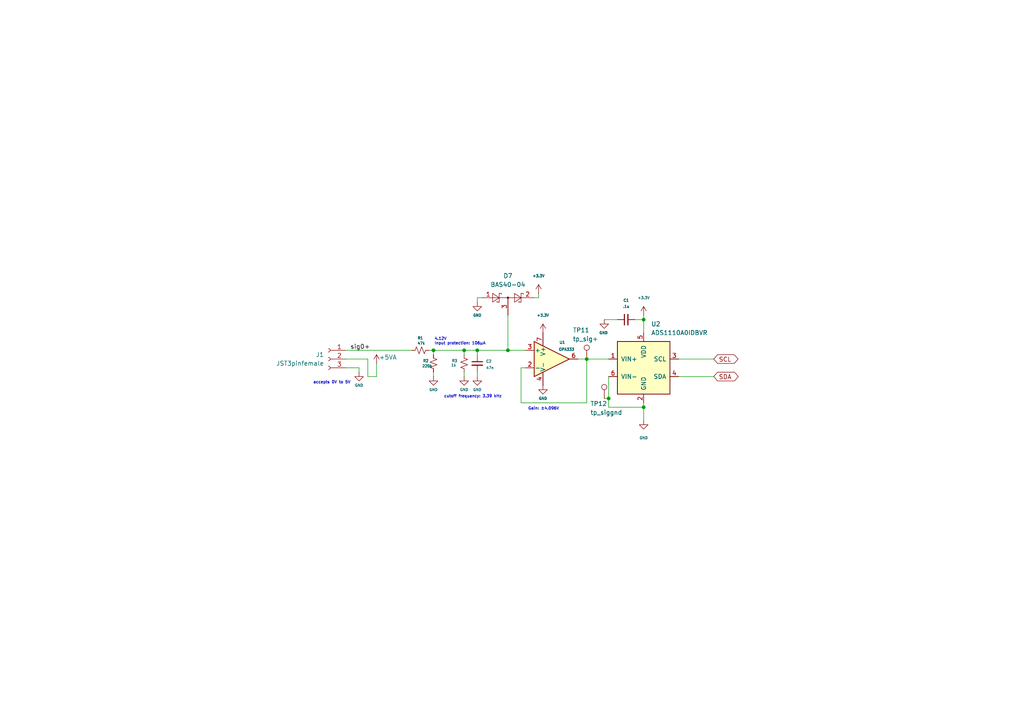
<source format=kicad_sch>
(kicad_sch (version 20250114) (generator "eeschema") (generator_version "9.0")
  (paper "A4")
  (lib_symbols
    (symbol "Amplifier_Operational:OPA333xxD" (pin_names (offset 0.127))
      (property "Reference" "U" (at 0 6.35 0))
      (property "Value" "OPA333xxD" (at 0 3.81 0))
      (symbol "OPA333xxD_0_1"
        (polyline (pts (xy -5.08 5.08) (xy 5.08 0) (xy -5.08 -5.08) (xy -5.08 5.08)) (stroke (width 0.254)) (fill (type background)))
      )
      (symbol "OPA333xxD_1_1"
        (pin input line (at -7.62 2.54 0) (length 2.54) (name "+") (number "3"))
        (pin input line (at -7.62 -2.54 0) (length 2.54) (name "-") (number "2"))
        (pin power_in line (at -2.54 7.62 270) (length 3.81) (name "V+") (number "7"))
        (pin no_connect line (at -2.54 2.54 270) (length 2.54) (hide yes) (name "NC") (number "1"))
        (pin power_in line (at -2.54 -7.62 90) (length 3.81) (name "V-") (number "4"))
        (pin no_connect line (at 0 2.54 270) (length 2.54) (hide yes) (name "NC") (number "5"))
        (pin no_connect line (at 0 -2.54 90) (length 2.54) (hide yes) (name "NC") (number "8"))
        (pin output line (at 7.62 0 180) (length 2.54) (name "~") (number "6"))
      )
    )
    (symbol "Analog_ADC:ADS1110" (pin_names (offset 1.016))
      (property "Reference" "U" (at -7.62 8.89 0))
      (property "Value" "ADS1110" (at 1.27 8.89 0))
      (symbol "ADS1110_0_1"
        (rectangle (start -7.62 7.62) (end 7.62 -7.62) (stroke (width 0.254)) (fill (type background)))
      )
      (symbol "ADS1110_1_1"
        (pin input line (at -10.16 2.54 0) (length 2.54) (name "VIN+") (number "1"))
        (pin input line (at -10.16 -2.54 0) (length 2.54) (name "VIN-") (number "6"))
        (pin power_in line (at 0 10.16 270) (length 2.54) (name "VDD") (number "5"))
        (pin power_in line (at 0 -10.16 90) (length 2.54) (name "GND") (number "2"))
        (pin input line (at 10.16 2.54 180) (length 2.54) (name "SCL") (number "3"))
        (pin bidirectional line (at 10.16 -2.54 180) (length 2.54) (name "SDA") (number "4"))
      )
    )
    (symbol "Connector:Conn_01x03_Socket" (pin_names (offset 1.016) (hide yes))
      (property "Reference" "J" (at 0 5.08 0))
      (property "Value" "Conn_01x03_Socket" (at 0 -5.08 0))
      (symbol "Conn_01x03_Socket_1_1"
        (polyline (pts (xy -1.27 2.54) (xy -0.508 2.54)) (stroke (width 0.1524)))
        (polyline (pts (xy -1.27 0) (xy -0.508 0)) (stroke (width 0.1524)))
        (polyline (pts (xy -1.27 -2.54) (xy -0.508 -2.54)) (stroke (width 0.1524)))
        (arc (start 0 2.032) (mid -0.5058 2.54) (end 0 3.048) (stroke (width 0.1524)))
        (arc (start 0 -0.508) (mid -0.5058 0) (end 0 0.508) (stroke (width 0.1524)))
        (arc (start 0 -3.048) (mid -0.5058 -2.54) (end 0 -2.032) (stroke (width 0.1524)))
        (pin passive line (at -5.08 2.54 0) (length 3.81) (name "Pin_1") (number "1"))
        (pin passive line (at -5.08 0 0) (length 3.81) (name "Pin_2") (number "2"))
        (pin passive line (at -5.08 -2.54 0) (length 3.81) (name "Pin_3") (number "3"))
      )
    )
    (symbol "Connector:TestPoint" (pin_numbers (hide yes)) (pin_names (offset 0.762) (hide yes))
      (property "Reference" "TP" (at 0 6.858 0))
      (property "Value" "TestPoint" (at 0 5.08 0))
      (symbol "TestPoint_0_1"
        (circle (center 0 3.302) (radius 0.762))
      )
      (symbol "TestPoint_1_1"
        (pin passive line (at 0 0 90) (length 2.54) (name "1") (number "1"))
      )
    )
    (symbol "Device:C_Small" (pin_numbers (hide yes)) (pin_names (offset 0.254) (hide yes))
      (property "Reference" "C" (at 0.254 1.778 0))
      (property "Value" "C_Small" (at 0.254 -2.032 0))
      (symbol "C_Small_0_1"
        (polyline (pts (xy -1.524 0.508) (xy 1.524 0.508)) (stroke (width 0.3048)))
        (polyline (pts (xy -1.524 -0.508) (xy 1.524 -0.508)) (stroke (width 0.3302)))
      )
      (symbol "C_Small_1_1"
        (pin passive line (at 0 2.54 270) (length 2.032) (name "~") (number "1"))
        (pin passive line (at 0 -2.54 90) (length 2.032) (name "~") (number "2"))
      )
    )
    (symbol "Device:R_Small_US" (pin_numbers (hide yes)) (pin_names (offset 0.254) (hide yes))
      (property "Reference" "R" (at 0.762 0.508 0))
      (property "Value" "R_Small_US" (at 0.762 -1.016 0))
      (symbol "R_Small_US_1_1"
        (polyline (pts (xy 0 1.524) (xy 1.016 1.143) (xy 0 0.762) (xy -1.016 0.381) (xy 0 0)))
        (polyline (pts (xy 0 0) (xy 1.016 -0.381) (xy 0 -0.762) (xy -1.016 -1.143) (xy 0 -1.524)))
        (pin passive line (at 0 2.54 270) (length 1.016) (name "~") (number "1"))
        (pin passive line (at 0 -2.54 90) (length 1.016) (name "~") (number "2"))
      )
    )
    (symbol "Diode:BAS40-04" (pin_names (offset 1.016))
      (property "Reference" "D" (at 0.635 -1.27 0))
      (property "Value" "BAS40-04" (at -6.35 5.715 0))
      (symbol "BAS40-04_0_1"
        (polyline (pts (xy -4.445 3.81) (xy -4.445 1.27) (xy -2.54 2.54) (xy -4.445 3.81)))
        (polyline (pts (xy -3.81 2.54) (xy -1.27 2.54)))
        (polyline (pts (xy -3.175 1.27) (xy -3.175 1.524)))
        (polyline (pts (xy -2.54 3.81) (xy -1.905 3.81)))
        (polyline (pts (xy -2.54 1.27) (xy -3.175 1.27)))
        (polyline (pts (xy -2.54 1.27) (xy -2.54 3.81)))
        (polyline (pts (xy -1.905 3.81) (xy -1.905 3.556)))
        (polyline (pts (xy -1.905 2.54) (xy 1.905 2.54)))
        (circle (center 0 2.54) (radius 0.254) (fill (type outline)))
        (polyline (pts (xy 1.27 2.54) (xy 3.81 2.54)))
        (polyline (pts (xy 1.905 3.81) (xy 1.905 1.27) (xy 3.81 2.54) (xy 1.905 3.81)))
        (polyline (pts (xy 3.175 1.27) (xy 3.175 1.524)))
        (polyline (pts (xy 3.81 3.81) (xy 4.445 3.81)))
        (polyline (pts (xy 3.81 1.27) (xy 3.175 1.27)))
        (polyline (pts (xy 3.81 1.27) (xy 3.81 3.81)))
        (polyline (pts (xy 4.445 3.81) (xy 4.445 3.556)))
      )
      (symbol "BAS40-04_1_1"
        (pin passive line (at -7.62 2.54 0) (length 3.81) (name "~") (number "1"))
        (pin passive line (at 0 -2.54 90) (length 5.08) (name "~") (number "3"))
        (pin passive line (at 7.62 2.54 180) (length 3.81) (name "~") (number "2"))
      )
    )
    (symbol "power:+3.3V" (power) (pin_numbers (hide yes)) (pin_names (offset 0) (hide yes))
      (property "Value" "+3.3V" (at 0 3.556 0))
      (symbol "+3.3V_0_1"
        (polyline (pts (xy -0.762 1.27) (xy 0 2.54)))
        (polyline (pts (xy 0 2.54) (xy 0.762 1.27)))
        (polyline (pts (xy 0 0) (xy 0 2.54)))
      )
      (symbol "+3.3V_1_1"
        (pin power_in line (at 0 0 90) (length 0) (name "~") (number "1"))
      )
    )
    (symbol "power:+5VA" (power) (pin_numbers (hide yes)) (pin_names (offset 0) (hide yes))
      (property "Value" "+5VA" (at 0 3.556 0))
      (symbol "+5VA_0_1"
        (polyline (pts (xy -0.762 1.27) (xy 0 2.54)))
        (polyline (pts (xy 0 2.54) (xy 0.762 1.27)))
        (polyline (pts (xy 0 0) (xy 0 2.54)))
      )
      (symbol "+5VA_1_1"
        (pin power_in line (at 0 0 90) (length 0) (name "~") (number "1"))
      )
    )
    (symbol "power:GND" (power) (pin_numbers (hide yes)) (pin_names (offset 0) (hide yes))
      (property "Value" "GND" (at 0 -3.81 0))
      (symbol "GND_0_1"
        (polyline (pts (xy 0 0) (xy 0 -1.27) (xy 1.27 -1.27) (xy 0 -2.54) (xy -1.27 -1.27) (xy 0 -1.27)))
      )
      (symbol "GND_1_1"
        (pin power_in line (at 0 0 270) (length 0) (name "~") (number "1"))
      )
    )
  )
  (text "cutoff frequancy: 3.39 kHz" (at 137.16 115.062 0) (effects (font (size 0.8128 0.8128))))
  (text "accepts 0V to 5V" (at 96.266 110.998 0) (effects (font (size 0.8128 0.8128))))
  (text "4.12V\nInput protection: 106µA" (at 125.984 99.06 0) (effects (font (size 0.8128 0.8128)) (justify left)))
  (text "Gain: ±4.096V " (at 157.988 118.618 0) (effects (font (size 0.8128 0.8128))))
  (junction (at 170.18 104.14))
  (junction (at 176.53 115.57))
  (junction (at 147.32 101.6))
  (junction (at 138.43 101.6))
  (junction (at 186.69 92.71))
  (junction (at 125.73 101.6))
  (junction (at 134.62 101.6))
  (junction (at 186.69 118.11))
  (wire (pts (xy 156.21 86.36) (xy 154.94 86.36)))
  (wire (pts (xy 100.33 106.68) (xy 104.14 106.68)))
  (wire (pts (xy 170.18 104.14) (xy 176.53 104.14)))
  (wire (pts (xy 170.18 104.14) (xy 167.64 104.14)))
  (wire (pts (xy 186.69 91.44) (xy 186.69 92.71)))
  (wire (pts (xy 124.46 101.6) (xy 125.73 101.6)))
  (wire (pts (xy 186.69 116.84) (xy 186.69 118.11)))
  (wire (pts (xy 176.53 109.22) (xy 176.53 115.57)))
  (wire (pts (xy 151.13 116.84) (xy 170.18 116.84)))
  (wire (pts (xy 186.69 92.71) (xy 186.69 96.52)))
  (wire (pts (xy 134.62 101.6) (xy 134.62 102.87)))
  (wire (pts (xy 100.33 104.14) (xy 106.68 104.14)))
  (wire (pts (xy 147.32 91.44) (xy 147.32 101.6)))
  (wire (pts (xy 176.53 118.11) (xy 186.69 118.11)))
  (wire (pts (xy 106.68 104.14) (xy 106.68 109.22)))
  (wire (pts (xy 151.13 116.84) (xy 151.13 106.68)))
  (wire (pts (xy 139.7 86.36) (xy 138.43 86.36)))
  (wire (pts (xy 156.21 85.09) (xy 156.21 86.36)))
  (wire (pts (xy 125.73 107.95) (xy 125.73 109.22)))
  (wire (pts (xy 125.73 101.6) (xy 134.62 101.6)))
  (wire (pts (xy 100.33 101.6) (xy 119.38 101.6)))
  (wire (pts (xy 184.15 92.71) (xy 186.69 92.71)))
  (wire (pts (xy 138.43 86.36) (xy 138.43 87.63)))
  (wire (pts (xy 196.85 104.14) (xy 207.01 104.14)))
  (wire (pts (xy 138.43 101.6) (xy 138.43 102.87)))
  (wire (pts (xy 104.14 106.68) (xy 104.14 107.95)))
  (wire (pts (xy 186.69 118.11) (xy 186.69 121.92)))
  (wire (pts (xy 175.26 115.57) (xy 176.53 115.57)))
  (wire (pts (xy 125.73 101.6) (xy 125.73 102.87)))
  (wire (pts (xy 196.85 109.22) (xy 207.01 109.22)))
  (wire (pts (xy 134.62 107.95) (xy 134.62 109.22)))
  (wire (pts (xy 175.26 92.71) (xy 179.07 92.71)))
  (wire (pts (xy 176.53 115.57) (xy 176.53 118.11)))
  (wire (pts (xy 151.13 106.68) (xy 152.4 106.68)))
  (wire (pts (xy 106.68 109.22) (xy 109.22 109.22)))
  (wire (pts (xy 109.22 105.41) (xy 109.22 109.22)))
  (wire (pts (xy 138.43 109.22) (xy 138.43 107.95)))
  (wire (pts (xy 147.32 101.6) (xy 152.4 101.6)))
  (wire (pts (xy 170.18 104.14) (xy 170.18 116.84)))
  (wire (pts (xy 134.62 101.6) (xy 138.43 101.6)))
  (wire (pts (xy 138.43 101.6) (xy 147.32 101.6)))
  (label "sig0+" (at 101.6 101.6 0))
  (global_label "SDA" (shape bidirectional) (at 207.01 109.22 0) (property "Intersheetrefs" "${INTERSHEET_REFS}" (effects (hide yes))))
  (global_label "SCL" (shape bidirectional) (at 207.01 104.14 0) (property "Intersheetrefs" "${INTERSHEET_REFS}" (effects (hide yes))))
  (symbol (lib_id "Device:R_Small_US") (at 125.73 105.41 0) (unit 1)
    (property "Reference" "R2" (at 122.682 104.6479 0) (effects (font (size 0.762 0.762)) (justify left)))
    (property "Value" "220k" (at 122.428 106.172 0) (effects (font (size 0.762 0.762)) (justify left)))
    (property "Footprint" "Resistor_SMD:R_0603_1608Metric" (effects (hide yes)))
    (property "Description" "Resistor, small US symbol" (effects (hide yes)))
    (property "Desc" "220 kOhms ±1% 0.1W, 1/10W Chip Resistor 0603 (1608 Metric) Automotive AEC-Q200 Thick Film" (effects (hide yes)))
    (property "Dist" "Digikey" (effects (hide yes)))
    (property "Dist PN" "RMCF0603FT220KCT-ND" (effects (hide yes)))
    (property "Mfr" "Stackpole Electronics Inc" (effects (hide yes)))
    (property "Mfr PN" "RES 220K OHM 1% 1/10W 0603" (effects (hide yes)))
  )
  (symbol (lib_id "Device:C_Small") (at 138.43 105.41 0) (unit 1)
    (property "Reference" "C2" (at 140.97 104.7812 0) (effects (font (size 0.762 0.762)) (justify left)))
    (property "Value" "47n" (at 140.97 106.6863 0) (effects (font (size 0.762 0.762)) (justify left)))
    (property "Footprint" "Capacitor_SMD:C_0603_1608Metric" (effects (hide yes)))
    (property "Description" "Unpolarized capacitor, small symbol" (effects (hide yes)))
    (property "Desc" "CAP CER 0.047UF 25V X7R 0603" (effects (hide yes)))
    (property "Dist" "Digikey" (effects (hide yes)))
    (property "Dist PN" "311-1373-1-ND" (effects (hide yes)))
    (property "Mfr" "YAGEO" (effects (hide yes)))
    (property "Mfr PN" "CC0603KRX7R8BB473" (effects (hide yes)))
  )
  (symbol (lib_id "Diode:BAS40-04") (at 147.32 88.9 0) (unit 1)
    (property "Reference" "D7" (at 147.32 80.01 0))
    (property "Value" "BAS40-04" (at 147.32 82.55 0))
    (property "Footprint" "Package_TO_SOT_SMD:SOT-23" (effects (hide yes)))
    (property "Datasheet" "http://www.vishay.com/docs/85701/bas40v.pdf" (effects (hide yes)))
    (property "Description" "40V 0.2A Dual Small Signal Schottky Diodes" (effects (hide yes)))
    (property "Desc" "Diode Array 1 Pair Series Connection 40 V 200mA Surface Mount TO-236-3, SC-59, SOT-23-3" (effects (hide yes)))
    (property "Dist" "Digikey" (effects (hide yes)))
    (property "Dist PN" "4878-BAS40-04CT-ND" (effects (hide yes)))
    (property "Mfr" "Diotec Semiconductor" (effects (hide yes)))
    (property "Mfr PN" "BAS40-04" (effects (hide yes)))
  )
  (symbol (lib_id "Device:R_Small_US") (at 121.92 101.6 90) (unit 1)
    (property "Reference" "R1" (at 121.92 98.044 90) (effects (font (size 0.762 0.762))))
    (property "Value" "47k" (at 122.174 99.568 90) (effects (font (size 0.762 0.762))))
    (property "Footprint" "Resistor_SMD:R_0603_1608Metric" (effects (hide yes)))
    (property "Description" "Resistor, small US symbol" (effects (hide yes)))
    (property "Desc" "47 kOhms ±1% 0.1W, 1/10W Chip Resistor 0603 (1608 Metric) Moisture Resistant Thick Film" (effects (hide yes)))
    (property "Dist" "Digikey" (effects (hide yes)))
    (property "Dist PN" "311-47.0KHRCT-ND" (effects (hide yes)))
    (property "Mfr" "YAGEO" (effects (hide yes)))
    (property "Mfr PN" "RC0603FR-0747KL" (effects (hide yes)))
  )
  (symbol (lib_id "power:GND") (at 104.14 107.95 0) (unit 1)
    (property "Reference" "#PWR07" (effects (hide yes)))
    (property "Value" "GND" (at 104.14 111.76 0) (effects (font (size 0.762 0.762))))
    (property "Description" "Power symbol creates a global label with name \"GND\" , ground" (effects (hide yes)))
  )
  (symbol (lib_id "Device:R_Small_US") (at 134.62 105.41 180) (unit 1)
    (property "Reference" "R3" (at 131.826 104.648 0) (effects (font (size 0.762 0.762))))
    (property "Value" "1k" (at 131.572 105.918 0) (effects (font (size 0.762 0.762))))
    (property "Footprint" "Resistor_SMD:R_0603_1608Metric" (effects (hide yes)))
    (property "Description" "Resistor, small US symbol" (effects (hide yes)))
    (property "Desc" "1 kOhms ±1% 0.1W, 1/10W Chip Resistor 0603 (1608 Metric) Automotive AEC-Q200 Thick Film" (effects (hide yes)))
    (property "Dist" "Digikey" (effects (hide yes)))
    (property "Dist PN" "RMCF0603FT1K00CT-ND" (effects (hide yes)))
    (property "Mfr" "Stackpole Electronics Inc" (effects (hide yes)))
    (property "Mfr PN" "RMCF0603FT1K00" (effects (hide yes)))
  )
  (symbol (lib_id "power:GND") (at 186.69 121.92 0) (unit 1)
    (property "Reference" "#PWR012" (effects (hide yes)))
    (property "Value" "GND" (at 186.69 127 0) (effects (font (size 0.762 0.762))))
    (property "Description" "Power symbol creates a global label with name \"GND\" , ground" (effects (hide yes)))
  )
  (symbol (lib_id "Device:C_Small") (at 181.61 92.71 90) (unit 1)
    (property "Reference" "C1" (at 181.61 87.122 90) (effects (font (size 0.762 0.762))))
    (property "Value" ".1u" (at 181.6163 88.9 90) (effects (font (size 0.762 0.762))))
    (property "Footprint" "Capacitor_SMD:C_0603_1608Metric" (effects (hide yes)))
    (property "Description" "Unpolarized capacitor, small symbol" (effects (hide yes)))
    (property "Desc" "CAP CER 0.1UF 16V X7R 0603" (effects (hide yes)))
    (property "Dist" "Digikey" (effects (hide yes)))
    (property "Dist PN" "311-1088-1-ND" (effects (hide yes)))
    (property "Mfr" "YAGEO" (effects (hide yes)))
    (property "Mfr PN" "CC0603KRX7R7BB104" (effects (hide yes)))
  )
  (symbol (lib_id "power:GND") (at 138.43 87.63 0) (unit 1)
    (property "Reference" "#PWR06" (effects (hide yes)))
    (property "Value" "GND" (at 138.43 91.44 0) (effects (font (size 0.762 0.762))))
    (property "Description" "Power symbol creates a global label with name \"GND\" , ground" (effects (hide yes)))
  )
  (symbol (lib_id "power:GND") (at 157.48 111.76 0) (unit 1)
    (property "Reference" "#PWR011" (effects (hide yes)))
    (property "Value" "GND" (at 157.48 115.57 0) (effects (font (size 0.762 0.762))))
    (property "Description" "Power symbol creates a global label with name \"GND\" , ground" (effects (hide yes)))
  )
  (symbol (lib_id "power:GND") (at 138.43 109.22 0) (unit 1)
    (property "Reference" "#PWR010" (effects (hide yes)))
    (property "Value" "GND" (at 138.43 113.03 0) (effects (font (size 0.762 0.762))))
    (property "Description" "Power symbol creates a global label with name \"GND\" , ground" (effects (hide yes)))
  )
  (symbol (lib_id "power:GND") (at 175.26 92.71 0) (unit 1)
    (property "Reference" "#PWR02" (effects (hide yes)))
    (property "Value" "GND" (at 176.276 96.52 0) (effects (font (size 0.762 0.762)) (justify right)))
    (property "Description" "Power symbol creates a global label with name \"GND\" , ground" (effects (hide yes)))
  )
  (symbol (lib_id "Connector:TestPoint") (at 170.18 104.14 0) (unit 1)
    (property "Reference" "TP11" (at 166.116 95.758 0) (effects (justify left)))
    (property "Value" "tp_sig+" (at 166.116 98.298 0) (effects (justify left)))
    (property "Footprint" "TestPoint:TestPoint_THTPad_1.5x1.5mm_Drill0.7mm" (effects (hide yes)))
    (property "Description" "test point" (effects (hide yes)))
  )
  (symbol (lib_id "power:GND") (at 134.62 109.22 0) (unit 1)
    (property "Reference" "#PWR09" (effects (hide yes)))
    (property "Value" "GND" (at 134.62 113.03 0) (effects (font (size 0.762 0.762))))
    (property "Description" "Power symbol creates a global label with name \"GND\" , ground" (effects (hide yes)))
  )
  (symbol (lib_id "power:+5VA") (at 109.22 105.41 0) (unit 1)
    (property "Reference" "#PWR05" (effects (hide yes)))
    (property "Value" "+5VA" (at 112.522 103.632 0))
    (property "Description" "Power symbol creates a global label with name \"+5VA\"" (effects (hide yes)))
  )
  (symbol (lib_id "power:+3.3V") (at 156.21 85.09 0) (unit 1)
    (property "Reference" "#PWR03" (effects (hide yes)))
    (property "Value" "+3.3V" (at 156.21 80.01 0) (effects (font (size 0.762 0.762))))
    (property "Description" "Power symbol creates a global label with name \"+3.3V\"" (effects (hide yes)))
  )
  (symbol (lib_id "Amplifier_Operational:OPA333xxD") (at 160.02 104.14 0) (unit 1)
    (property "Reference" "U1" (at 163.068 99.314 0) (effects (font (size 0.762 0.762))))
    (property "Value" "OPA333" (at 164.338 101.346 0) (effects (font (size 0.762 0.762))))
    (property "Footprint" "Package_TO_SOT_SMD:SOT-353_SC-70-5_Handsoldering" (effects (hide yes)))
    (property "Datasheet" "http://www.ti.com/lit/ds/symlink/opa333.pdf" (effects (hide yes)))
    (property "Description" "Single 1.8V, microPower, CMOS Operational Amplifiers, Zero-Drift Series, SOIC-8" (effects (hide yes)))
    (property "Desc" "IC OPAMP ZERO-DRIFT 1CIRC SC70-5" (effects (hide yes)))
    (property "Dist" "Digikey" (effects (hide yes)))
    (property "Dist PN" "296-19547-1-ND" (effects (hide yes)))
    (property "Mfr" "Texas Instruments" (effects (hide yes)))
    (property "Mfr PN" "OPA333AIDCKR" (effects (hide yes)))
  )
  (symbol (lib_id "Connector:Conn_01x03_Socket") (at 95.25 104.14 0) (mirror y) (unit 1)
    (property "Reference" "J1" (at 93.98 102.8699 0) (effects (justify left)))
    (property "Value" "JST3pinfemale" (at 93.98 105.4099 0) (effects (justify left)))
    (property "Footprint" "Connector_JST:JST_EH_B3B-EH-A_1x03_P2.50mm_Vertical" (effects (hide yes)))
    (property "Description" "Generic connector, single row, 01x03, script generated" (effects (hide yes)))
    (property "Desc" "Connector Header Through Hole 3 position 0.098\" (2.50mm)" (effects (hide yes)))
    (property "Dist" "Digikey" (effects (hide yes)))
    (property "Dist PN" "455-B3B-EH-A-ND" (effects (hide yes)))
    (property "Mfr" "JST Sales America Inc." (effects (hide yes)))
    (property "Mfr PN" "B3B-EH-A" (effects (hide yes)))
  )
  (symbol (lib_id "power:GND") (at 125.73 109.22 0) (unit 1)
    (property "Reference" "#PWR08" (effects (hide yes)))
    (property "Value" "GND" (at 125.73 113.03 0) (effects (font (size 0.762 0.762))))
    (property "Description" "Power symbol creates a global label with name \"GND\" , ground" (effects (hide yes)))
  )
  (symbol (lib_id "power:+3.3V") (at 157.48 96.52 0) (unit 1)
    (property "Reference" "#PWR04" (effects (hide yes)))
    (property "Value" "+3.3V" (at 157.48 91.44 0) (effects (font (size 0.762 0.762))))
    (property "Description" "Power symbol creates a global label with name \"+3.3V\"" (effects (hide yes)))
  )
  (symbol (lib_id "Analog_ADC:ADS1110") (at 186.69 106.68 0) (unit 1)
    (property "Reference" "U2" (at 188.8333 93.98 0) (effects (justify left)))
    (property "Value" "ADS1110A0IDBVR" (at 188.8333 96.52 0) (effects (justify left)))
    (property "Footprint" "Package_TO_SOT_SMD:SOT-23-6" (effects (hide yes)))
    (property "Datasheet" "http://www.ti.com/lit/ds/symlink/ads1110.pdf" (effects (hide yes)))
    (property "Description" "16 Bit Analog to Digital converter with on board reference" (effects (hide yes)))
    (property "Desc" "IC ADC 16BIT SIGMA-DELTA SOT23-6" (effects (hide yes)))
    (property "Dist" "Digikey" (effects (hide yes)))
    (property "Dist PN" "296-25890-1-ND" (effects (hide yes)))
    (property "Mfr" "Texas Instruments" (effects (hide yes)))
    (property "Mfr PN" "ADS1110A0IDBVR" (effects (hide yes)))
  )
  (symbol (lib_id "power:+3.3V") (at 186.69 91.44 0) (unit 1)
    (property "Reference" "#PWR01" (effects (hide yes)))
    (property "Value" "+3.3V" (at 186.69 86.36 0) (effects (font (size 0.762 0.762))))
    (property "Description" "Power symbol creates a global label with name \"+3.3V\"" (effects (hide yes)))
  )
  (symbol (lib_id "Connector:TestPoint") (at 175.26 115.57 0) (unit 1)
    (property "Reference" "TP12" (at 171.196 117.094 0) (effects (justify left)))
    (property "Value" "tp_siggnd" (at 171.196 119.634 0) (effects (justify left)))
    (property "Footprint" "TestPoint:TestPoint_THTPad_1.5x1.5mm_Drill0.7mm" (effects (hide yes)))
    (property "Description" "test point" (effects (hide yes)))
  )
)
</source>
